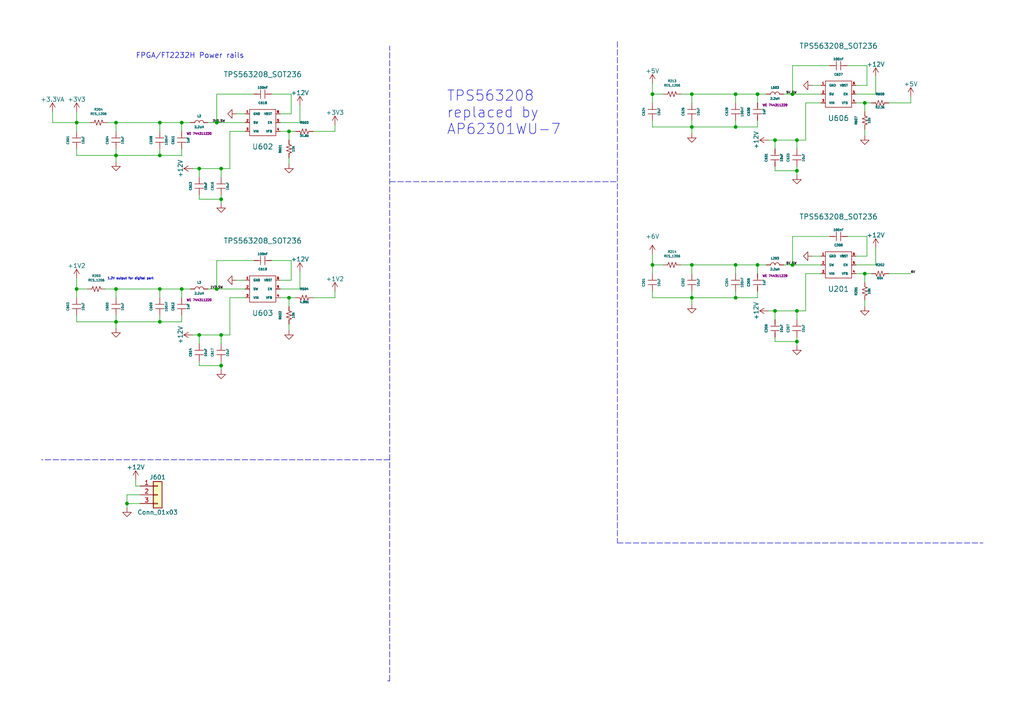
<source format=kicad_sch>
(kicad_sch (version 20211123) (generator eeschema)
  (paper "A4")
  (lib_symbols
    (symbol "adccore-rescue:+12V" (power) (pin_names (offset 0))
      (property "Value" "+12V" (at 0 3.556 0))
      (symbol "+12V_0_1"
        (polyline (pts (xy -0.762 1.27) (xy 0 2.54)))
        (polyline (pts (xy 0 0) (xy 0 2.54)))
        (polyline (pts (xy 0 2.54) (xy 0.762 1.27)))
      )
      (symbol "+12V_1_1"
        (pin power_in line (at 0 0 90) (length 0) hide (name "+12V") (number "1"))
      )
    )
    (symbol "adccore-rescue:+1V2" (power) (pin_names (offset 0))
      (property "Value" "+1V2" (at 0 3.556 0))
      (symbol "+1V2_0_1"
        (polyline (pts (xy -0.762 1.27) (xy 0 2.54)))
        (polyline (pts (xy 0 0) (xy 0 2.54)))
        (polyline (pts (xy 0 2.54) (xy 0.762 1.27)))
      )
      (symbol "+1V2_1_1"
        (pin power_in line (at 0 0 90) (length 0) hide (name "+1V2") (number "1"))
      )
    )
    (symbol "adccore-rescue:+3.3V" (power) (pin_names (offset 0))
      (property "Value" "+3.3V" (at 0 3.556 0))
      (symbol "+3.3V_0_1"
        (polyline (pts (xy -0.762 1.27) (xy 0 2.54)))
        (polyline (pts (xy 0 0) (xy 0 2.54)))
        (polyline (pts (xy 0 2.54) (xy 0.762 1.27)))
      )
      (symbol "+3.3V_1_1"
        (pin power_in line (at 0 0 90) (length 0) hide (name "+3V3") (number "1"))
      )
    )
    (symbol "adccore-rescue:+3.3VA" (power) (pin_names (offset 0))
      (property "Value" "+3.3VA" (at 0 3.556 0))
      (symbol "+3.3VA_0_1"
        (polyline (pts (xy -0.762 1.27) (xy 0 2.54)))
        (polyline (pts (xy 0 0) (xy 0 2.54)))
        (polyline (pts (xy 0 2.54) (xy 0.762 1.27)))
      )
      (symbol "+3.3VA_1_1"
        (pin power_in line (at 0 0 90) (length 0) hide (name "+3.3VA") (number "1"))
      )
    )
    (symbol "adccore-rescue:+5V" (power) (pin_names (offset 0))
      (property "Value" "+5V" (at 0 3.556 0))
      (symbol "+5V_0_1"
        (polyline (pts (xy -0.762 1.27) (xy 0 2.54)))
        (polyline (pts (xy 0 0) (xy 0 2.54)))
        (polyline (pts (xy 0 2.54) (xy 0.762 1.27)))
      )
      (symbol "+5V_1_1"
        (pin power_in line (at 0 0 90) (length 0) hide (name "+5V") (number "1"))
      )
    )
    (symbol "adccore-rescue:CAP_0603" (pin_numbers hide) (pin_names (offset 0) hide)
      (property "Reference" "C" (at 0 -2.54 0))
      (property "Value" "CAP_0603" (at 0 1.905 0))
      (symbol "CAP_0603_0_1"
        (polyline (pts (xy -1.27 0) (xy -0.635 0)))
        (polyline (pts (xy -0.635 -1.27) (xy -0.635 1.27)))
        (polyline (pts (xy 0.635 -1.27) (xy 0.635 -0.635)))
        (polyline (pts (xy 0.635 0.635) (xy 0.635 -0.635)))
        (polyline (pts (xy 0.635 1.27) (xy 0.635 0.635)))
        (polyline (pts (xy 1.27 0) (xy 0.635 0)))
      )
      (symbol "CAP_0603_1_1"
        (pin passive line (at -2.54 0 0) (length 1.27) (name "~") (number "1"))
        (pin passive line (at 2.54 0 180) (length 1.27) (name "~") (number "2"))
      )
    )
    (symbol "adccore-rescue:CAP_0805" (pin_numbers hide) (pin_names (offset 0) hide)
      (property "Reference" "C" (at 0 -2.54 0))
      (property "Value" "CAP_0805" (at 0 1.905 0))
      (symbol "CAP_0805_0_1"
        (polyline (pts (xy -1.27 0) (xy -0.635 0)))
        (polyline (pts (xy -0.635 -1.27) (xy -0.635 1.27)))
        (polyline (pts (xy 0.635 -1.27) (xy 0.635 -0.635)))
        (polyline (pts (xy 0.635 0.635) (xy 0.635 -0.635)))
        (polyline (pts (xy 0.635 1.27) (xy 0.635 0.635)))
        (polyline (pts (xy 1.27 0) (xy 0.635 0)))
      )
      (symbol "CAP_0805_1_1"
        (pin passive line (at -2.54 0 0) (length 1.27) (name "~") (number "1"))
        (pin passive line (at 2.54 0 180) (length 1.27) (name "~") (number "2"))
      )
    )
    (symbol "adccore-rescue:CAP_1206" (pin_numbers hide) (pin_names (offset 0) hide)
      (property "Reference" "C" (at 0 -2.54 0))
      (property "Value" "CAP_1206" (at 0 1.905 0))
      (symbol "CAP_1206_0_1"
        (polyline (pts (xy -1.27 0) (xy -0.635 0)))
        (polyline (pts (xy -0.635 -1.27) (xy -0.635 1.27)))
        (polyline (pts (xy 0.635 -1.27) (xy 0.635 -0.635)))
        (polyline (pts (xy 0.635 0.635) (xy 0.635 -0.635)))
        (polyline (pts (xy 0.635 1.27) (xy 0.635 0.635)))
        (polyline (pts (xy 1.27 0) (xy 0.635 0)))
      )
      (symbol "CAP_1206_1_1"
        (pin passive line (at -2.54 0 0) (length 1.27) (name "~") (number "1"))
        (pin passive line (at 2.54 0 180) (length 1.27) (name "~") (number "2"))
      )
    )
    (symbol "adccore-rescue:Conn_01x03" (pin_names (offset 1.016) hide)
      (property "Reference" "J" (at 0 5.08 0))
      (property "Value" "Conn_01x03" (at 0 -5.08 0))
      (symbol "Conn_01x03_1_1"
        (rectangle (start -1.27 -2.413) (end 0 -2.667) (stroke (width 0.1524)))
        (rectangle (start -1.27 0.127) (end 0 -0.127) (stroke (width 0.1524)))
        (rectangle (start -1.27 2.667) (end 0 2.413) (stroke (width 0.1524)))
        (rectangle (start -1.27 3.81) (end 1.27 -3.81) (stroke (width 0.254)) (fill (type background)))
        (pin passive line (at -5.08 2.54 0) (length 3.81) (name "Pin_1") (number "1"))
        (pin passive line (at -5.08 0 0) (length 3.81) (name "Pin_2") (number "2"))
        (pin passive line (at -5.08 -2.54 0) (length 3.81) (name "Pin_3") (number "3"))
      )
    )
    (symbol "adccore-rescue:GND" (power) (pin_names (offset 0))
      (property "Value" "GND" (at 0 -3.81 0))
      (symbol "GND_0_1"
        (polyline (pts (xy 0 0) (xy 0 -1.27) (xy 1.27 -1.27) (xy 0 -2.54) (xy -1.27 -1.27) (xy 0 -1.27)))
      )
      (symbol "GND_1_1"
        (pin power_in line (at 0 0 270) (length 0) hide (name "GND") (number "1"))
      )
    )
    (symbol "adccore-rescue:IND_SMALL" (pin_numbers hide) (pin_names (offset 0) hide)
      (property "Reference" "U" (at 0 0 0))
      (property "Value" "IND_SMALL" (at 0 0 0))
      (symbol "IND_SMALL_0_1"
        (arc (start 0 0) (mid -0.635 0.635) (end -1.27 0))
        (arc (start 1.27 0) (mid 0.635 0.635) (end 0 0))
      )
      (symbol "IND_SMALL_1_1"
        (pin passive line (at -2.54 0 0) (length 1.27) (name "~") (number "1"))
        (pin passive line (at 2.54 0 180) (length 1.27) (name "~") (number "2"))
      )
    )
    (symbol "adccore-rescue:RES_0402" (pin_numbers hide) (pin_names (offset 0) hide)
      (property "Reference" "R" (at 0 -2.54 0))
      (property "Value" "RES_0402" (at 0 1.27 0))
      (symbol "RES_0402_0_1"
        (polyline (pts (xy -1.27 0) (xy -1.016 0.762) (xy -0.508 -0.762) (xy 0 0.762) (xy 0.508 -0.762) (xy 1.016 0.762) (xy 1.27 0)))
      )
      (symbol "RES_0402_1_1"
        (pin input line (at -2.54 0 0) (length 1.27) (name "1") (number "1"))
        (pin input line (at 2.54 0 180) (length 1.27) (name "2") (number "2"))
      )
    )
    (symbol "adccore-rescue:TPS563208_SOT236" (pin_names (offset 1.016))
      (property "Reference" "U" (at 20.32 13.97 0))
      (property "Value" "TPS563208_SOT236" (at -10.16 13.97 0))
      (symbol "TPS563208_SOT236_0_1"
        (rectangle (start -3.81 6.35) (end 3.81 -1.27))
      )
      (symbol "TPS563208_SOT236_1_1"
        (pin power_in line (at -5.08 5.08 0) (length 1.27) (name "GND") (number "1"))
        (pin power_out line (at -5.08 2.54 0) (length 1.27) (name "SW") (number "2"))
        (pin power_in line (at -5.08 0 0) (length 1.27) (name "VIN") (number "3"))
        (pin input line (at 5.08 0 180) (length 1.27) (name "VFB") (number "4"))
        (pin input line (at 5.08 2.54 180) (length 1.27) (name "EN") (number "5"))
        (pin output line (at 5.08 5.08 180) (length 1.27) (name "VBST") (number "6"))
      )
    )
    (symbol "passives:RES_1206" (pin_numbers hide) (pin_names (offset 0) hide)
      (property "Reference" "R" (at 0 -2.54 0))
      (property "Value" "RES_1206" (at 0 1.27 0))
      (symbol "RES_1206_0_1"
        (polyline (pts (xy -1.27 0) (xy -1.016 0.762) (xy -0.508 -0.762) (xy 0 0.762) (xy 0.508 -0.762) (xy 1.016 0.762) (xy 1.27 0)))
      )
      (symbol "RES_1206_1_1"
        (pin input line (at -2.54 0 0) (length 1.27) (name "1") (number "1"))
        (pin input line (at 2.54 0 180) (length 1.27) (name "2") (number "2"))
      )
    )
    (symbol "power:+6V" (power) (pin_names (offset 0))
      (property "Value" "+6V" (at 0 3.556 0))
      (symbol "+6V_0_1"
        (polyline (pts (xy -0.762 1.27) (xy 0 2.54)))
        (polyline (pts (xy 0 0) (xy 0 2.54)))
        (polyline (pts (xy 0 2.54) (xy 0.762 1.27)))
      )
      (symbol "+6V_1_1"
        (pin power_in line (at 0 0 90) (length 0) hide (name "+6V") (number "1"))
      )
    )
  )
  (junction (at 200.66 86.36))
  (junction (at 22.225 35.56))
  (junction (at 224.79 40.64))
  (junction (at 64.135 106.045))
  (junction (at 62.865 35.56))
  (junction (at 46.355 35.56))
  (junction (at 250.825 79.375))
  (junction (at 57.785 97.155))
  (junction (at 33.655 83.82))
  (junction (at 229.87 27.305))
  (junction (at 250.825 29.845))
  (junction (at 33.655 35.56))
  (junction (at 64.135 48.895))
  (junction (at 57.785 48.895))
  (junction (at 200.66 36.83))
  (junction (at 46.355 93.345))
  (junction (at 83.82 38.1))
  (junction (at 200.66 76.835))
  (junction (at 231.14 40.64))
  (junction (at 213.36 36.83))
  (junction (at 231.14 90.17))
  (junction (at 46.355 83.82))
  (junction (at 64.135 97.155))
  (junction (at 224.79 90.17))
  (junction (at 200.66 27.305))
  (junction (at 219.71 76.835))
  (junction (at 213.36 76.835))
  (junction (at 229.87 76.835))
  (junction (at 33.655 93.345))
  (junction (at 231.14 99.06))
  (junction (at 213.36 27.305))
  (junction (at 83.82 86.36))
  (junction (at 33.655 45.085))
  (junction (at 46.355 45.085))
  (junction (at 213.36 86.36))
  (junction (at 36.83 146.05))
  (junction (at 189.23 27.305))
  (junction (at 231.14 49.53))
  (junction (at 52.705 35.56))
  (junction (at 219.71 27.305))
  (junction (at 64.135 57.785))
  (junction (at 52.705 83.82))
  (junction (at 189.23 76.835))
  (junction (at 22.225 83.82))
  (junction (at 62.865 83.82))
  (wire (pts (xy 254 27.305) (xy 254 22.225)))
  (wire (pts (xy 250.825 29.845) (xy 252.73 29.845)))
  (wire (pts (xy 64.135 106.045) (xy 64.135 107.315)))
  (wire (pts (xy 231.14 97.79) (xy 231.14 99.06)))
  (wire (pts (xy 81.28 83.82) (xy 86.995 83.82)))
  (wire (pts (xy 213.36 36.83) (xy 219.71 36.83)))
  (wire (pts (xy 254 76.835) (xy 254 71.755)))
  (wire (pts (xy 200.66 86.36) (xy 200.66 88.265)))
  (wire (pts (xy 229.87 19.05) (xy 229.87 27.305)))
  (wire (pts (xy 73.66 27.305) (xy 62.865 27.305)))
  (wire (pts (xy 229.87 27.305) (xy 227.33 27.305)))
  (wire (pts (xy 33.655 45.085) (xy 46.355 45.085)))
  (wire (pts (xy 219.71 27.305) (xy 219.71 29.845)))
  (wire (pts (xy 189.23 73.66) (xy 189.23 76.835)))
  (wire (pts (xy 30.48 83.82) (xy 33.655 83.82)))
  (wire (pts (xy 189.23 76.835) (xy 192.405 76.835)))
  (wire (pts (xy 229.87 68.58) (xy 229.87 76.835)))
  (wire (pts (xy 66.675 38.1) (xy 71.12 38.1)))
  (wire (pts (xy 22.225 35.56) (xy 15.24 35.56)))
  (wire (pts (xy 15.24 35.56) (xy 15.24 32.385)))
  (wire (pts (xy 33.655 35.56) (xy 33.655 38.1)))
  (wire (pts (xy 250.825 81.915) (xy 250.825 79.375)))
  (wire (pts (xy 71.12 83.82) (xy 62.865 83.82)))
  (wire (pts (xy 219.71 36.83) (xy 219.71 34.925)))
  (wire (pts (xy 224.79 90.17) (xy 231.14 90.17)))
  (wire (pts (xy 231.14 49.53) (xy 224.79 49.53)))
  (wire (pts (xy 219.71 76.835) (xy 222.25 76.835)))
  (polyline (pts (xy 113.03 197.485) (xy 113.03 13.335)))
  (wire (pts (xy 250.825 32.385) (xy 250.825 29.845)))
  (wire (pts (xy 81.28 38.1) (xy 83.82 38.1)))
  (wire (pts (xy 222.885 40.64) (xy 224.79 40.64)))
  (wire (pts (xy 231.14 99.06) (xy 224.79 99.06)))
  (wire (pts (xy 200.66 84.455) (xy 200.66 86.36)))
  (wire (pts (xy 235.585 74.295) (xy 238.125 74.295)))
  (wire (pts (xy 64.135 57.785) (xy 64.135 59.055)))
  (wire (pts (xy 52.705 35.56) (xy 55.245 35.56)))
  (wire (pts (xy 78.74 27.305) (xy 84.455 27.305)))
  (wire (pts (xy 197.485 27.305) (xy 200.66 27.305)))
  (wire (pts (xy 46.355 86.36) (xy 46.355 83.82)))
  (wire (pts (xy 219.71 76.835) (xy 219.71 79.375)))
  (wire (pts (xy 250.825 79.375) (xy 252.73 79.375)))
  (wire (pts (xy 257.81 79.375) (xy 264.16 79.375)))
  (wire (pts (xy 62.865 35.56) (xy 60.325 35.56)))
  (wire (pts (xy 84.455 33.02) (xy 81.28 33.02)))
  (wire (pts (xy 64.135 57.785) (xy 57.785 57.785)))
  (wire (pts (xy 52.705 83.82) (xy 55.245 83.82)))
  (wire (pts (xy 248.285 27.305) (xy 254 27.305)))
  (wire (pts (xy 84.455 81.28) (xy 81.28 81.28)))
  (wire (pts (xy 189.23 34.925) (xy 189.23 36.83)))
  (wire (pts (xy 57.785 106.045) (xy 57.785 104.775)))
  (wire (pts (xy 224.79 43.18) (xy 224.79 40.64)))
  (wire (pts (xy 86.995 83.82) (xy 86.995 78.74)))
  (wire (pts (xy 22.225 80.645) (xy 22.225 83.82)))
  (wire (pts (xy 248.285 76.835) (xy 254 76.835)))
  (wire (pts (xy 189.23 24.13) (xy 189.23 27.305)))
  (wire (pts (xy 46.355 43.18) (xy 46.355 45.085)))
  (wire (pts (xy 22.225 35.56) (xy 26.035 35.56)))
  (wire (pts (xy 52.705 83.82) (xy 52.705 86.36)))
  (wire (pts (xy 231.14 49.53) (xy 231.14 50.8)))
  (wire (pts (xy 83.82 45.72) (xy 83.82 47.625)))
  (wire (pts (xy 213.36 27.305) (xy 219.71 27.305)))
  (wire (pts (xy 71.12 35.56) (xy 62.865 35.56)))
  (wire (pts (xy 55.88 48.895) (xy 57.785 48.895)))
  (wire (pts (xy 64.135 106.045) (xy 57.785 106.045)))
  (wire (pts (xy 83.82 86.36) (xy 85.725 86.36)))
  (wire (pts (xy 31.115 35.56) (xy 33.655 35.56)))
  (wire (pts (xy 248.285 79.375) (xy 250.825 79.375)))
  (wire (pts (xy 64.135 99.695) (xy 64.135 97.155)))
  (wire (pts (xy 84.455 75.565) (xy 84.455 81.28)))
  (wire (pts (xy 200.66 27.305) (xy 200.66 29.845)))
  (wire (pts (xy 231.14 48.26) (xy 231.14 49.53)))
  (wire (pts (xy 213.36 76.835) (xy 219.71 76.835)))
  (wire (pts (xy 22.225 83.82) (xy 25.4 83.82)))
  (wire (pts (xy 233.68 29.845) (xy 238.125 29.845)))
  (wire (pts (xy 83.82 93.98) (xy 83.82 95.885)))
  (wire (pts (xy 189.23 86.36) (xy 200.66 86.36)))
  (wire (pts (xy 251.46 74.295) (xy 248.285 74.295)))
  (wire (pts (xy 224.79 99.06) (xy 224.79 97.79)))
  (wire (pts (xy 62.865 75.565) (xy 62.865 83.82)))
  (wire (pts (xy 86.995 35.56) (xy 86.995 30.48)))
  (wire (pts (xy 251.46 68.58) (xy 251.46 74.295)))
  (wire (pts (xy 46.355 35.56) (xy 52.705 35.56)))
  (wire (pts (xy 231.14 92.71) (xy 231.14 90.17)))
  (wire (pts (xy 52.705 93.345) (xy 52.705 91.44)))
  (wire (pts (xy 81.28 86.36) (xy 83.82 86.36)))
  (wire (pts (xy 229.87 76.835) (xy 227.33 76.835)))
  (wire (pts (xy 84.455 27.305) (xy 84.455 33.02)))
  (wire (pts (xy 64.135 104.775) (xy 64.135 106.045)))
  (wire (pts (xy 213.36 79.375) (xy 213.36 76.835)))
  (wire (pts (xy 189.23 84.455) (xy 189.23 86.36)))
  (wire (pts (xy 57.785 99.695) (xy 57.785 97.155)))
  (wire (pts (xy 36.83 146.05) (xy 36.83 147.32)))
  (wire (pts (xy 64.135 48.895) (xy 66.675 48.895)))
  (wire (pts (xy 52.705 45.085) (xy 52.705 43.18)))
  (wire (pts (xy 62.865 83.82) (xy 60.325 83.82)))
  (wire (pts (xy 40.64 146.05) (xy 36.83 146.05)))
  (wire (pts (xy 78.74 75.565) (xy 84.455 75.565)))
  (wire (pts (xy 200.66 76.835) (xy 213.36 76.835)))
  (polyline (pts (xy 113.03 133.35) (xy 12.065 133.35)))
  (wire (pts (xy 90.805 38.1) (xy 97.155 38.1)))
  (wire (pts (xy 213.36 84.455) (xy 213.36 86.36)))
  (wire (pts (xy 189.23 27.305) (xy 192.405 27.305)))
  (wire (pts (xy 83.82 88.9) (xy 83.82 86.36)))
  (wire (pts (xy 68.58 33.02) (xy 71.12 33.02)))
  (wire (pts (xy 57.785 48.895) (xy 64.135 48.895)))
  (wire (pts (xy 224.79 40.64) (xy 231.14 40.64)))
  (wire (pts (xy 68.58 81.28) (xy 71.12 81.28)))
  (wire (pts (xy 64.135 51.435) (xy 64.135 48.895)))
  (wire (pts (xy 39.37 140.97) (xy 39.37 139.065)))
  (wire (pts (xy 200.66 27.305) (xy 213.36 27.305)))
  (wire (pts (xy 57.785 57.785) (xy 57.785 56.515)))
  (wire (pts (xy 36.83 143.51) (xy 36.83 146.05)))
  (wire (pts (xy 46.355 93.345) (xy 52.705 93.345)))
  (wire (pts (xy 219.71 27.305) (xy 222.25 27.305)))
  (wire (pts (xy 66.675 48.895) (xy 66.675 38.1)))
  (wire (pts (xy 200.66 36.83) (xy 213.36 36.83)))
  (wire (pts (xy 33.655 93.345) (xy 46.355 93.345)))
  (wire (pts (xy 245.745 19.05) (xy 251.46 19.05)))
  (wire (pts (xy 240.665 68.58) (xy 229.87 68.58)))
  (wire (pts (xy 66.675 86.36) (xy 71.12 86.36)))
  (wire (pts (xy 245.745 68.58) (xy 251.46 68.58)))
  (wire (pts (xy 40.64 143.51) (xy 36.83 143.51)))
  (wire (pts (xy 22.225 93.345) (xy 33.655 93.345)))
  (wire (pts (xy 46.355 45.085) (xy 52.705 45.085)))
  (wire (pts (xy 224.79 49.53) (xy 224.79 48.26)))
  (wire (pts (xy 189.23 36.83) (xy 200.66 36.83)))
  (wire (pts (xy 264.16 29.845) (xy 264.16 27.94)))
  (wire (pts (xy 257.81 29.845) (xy 264.16 29.845)))
  (wire (pts (xy 219.71 86.36) (xy 219.71 84.455)))
  (wire (pts (xy 46.355 91.44) (xy 46.355 93.345)))
  (wire (pts (xy 22.225 45.085) (xy 33.655 45.085)))
  (wire (pts (xy 22.225 35.56) (xy 22.225 38.1)))
  (wire (pts (xy 33.655 35.56) (xy 46.355 35.56)))
  (wire (pts (xy 248.285 29.845) (xy 250.825 29.845)))
  (wire (pts (xy 197.485 76.835) (xy 200.66 76.835)))
  (polyline (pts (xy 179.07 12.065) (xy 179.07 157.48)))
  (wire (pts (xy 73.66 75.565) (xy 62.865 75.565)))
  (wire (pts (xy 83.82 40.64) (xy 83.82 38.1)))
  (wire (pts (xy 238.125 27.305) (xy 229.87 27.305)))
  (wire (pts (xy 233.68 79.375) (xy 238.125 79.375)))
  (wire (pts (xy 213.36 29.845) (xy 213.36 27.305)))
  (wire (pts (xy 22.225 43.18) (xy 22.225 45.085)))
  (wire (pts (xy 40.64 140.97) (xy 39.37 140.97)))
  (wire (pts (xy 22.225 83.82) (xy 22.225 86.36)))
  (wire (pts (xy 57.785 51.435) (xy 57.785 48.895)))
  (wire (pts (xy 22.225 32.385) (xy 22.225 35.56)))
  (wire (pts (xy 46.355 38.1) (xy 46.355 35.56)))
  (wire (pts (xy 55.88 97.155) (xy 57.785 97.155)))
  (wire (pts (xy 90.805 86.36) (xy 97.155 86.36)))
  (wire (pts (xy 240.665 19.05) (xy 229.87 19.05)))
  (wire (pts (xy 231.14 40.64) (xy 233.68 40.64)))
  (wire (pts (xy 250.825 37.465) (xy 250.825 39.37)))
  (wire (pts (xy 33.655 93.345) (xy 33.655 95.25)))
  (wire (pts (xy 213.36 86.36) (xy 219.71 86.36)))
  (wire (pts (xy 224.79 92.71) (xy 224.79 90.17)))
  (wire (pts (xy 64.135 97.155) (xy 66.675 97.155)))
  (wire (pts (xy 33.655 83.82) (xy 33.655 86.36)))
  (wire (pts (xy 250.825 86.995) (xy 250.825 88.9)))
  (wire (pts (xy 22.225 91.44) (xy 22.225 93.345)))
  (wire (pts (xy 213.36 34.925) (xy 213.36 36.83)))
  (wire (pts (xy 233.68 90.17) (xy 233.68 79.375)))
  (wire (pts (xy 81.28 35.56) (xy 86.995 35.56)))
  (wire (pts (xy 33.655 83.82) (xy 46.355 83.82)))
  (wire (pts (xy 52.705 35.56) (xy 52.705 38.1)))
  (wire (pts (xy 33.655 43.18) (xy 33.655 45.085)))
  (wire (pts (xy 33.655 91.44) (xy 33.655 93.345)))
  (wire (pts (xy 235.585 24.765) (xy 238.125 24.765)))
  (wire (pts (xy 62.865 27.305) (xy 62.865 35.56)))
  (wire (pts (xy 46.355 83.82) (xy 52.705 83.82)))
  (wire (pts (xy 231.14 90.17) (xy 233.68 90.17)))
  (wire (pts (xy 33.655 45.085) (xy 33.655 46.99)))
  (wire (pts (xy 238.125 76.835) (xy 229.87 76.835)))
  (wire (pts (xy 66.675 97.155) (xy 66.675 86.36)))
  (wire (pts (xy 251.46 19.05) (xy 251.46 24.765)))
  (polyline (pts (xy 179.07 157.48) (xy 285.115 157.48)))
  (wire (pts (xy 200.66 34.925) (xy 200.66 36.83)))
  (wire (pts (xy 83.82 38.1) (xy 85.725 38.1)))
  (wire (pts (xy 222.885 90.17) (xy 224.79 90.17)))
  (wire (pts (xy 231.14 43.18) (xy 231.14 40.64)))
  (wire (pts (xy 97.155 86.36) (xy 97.155 84.455)))
  (wire (pts (xy 200.66 76.835) (xy 200.66 79.375)))
  (wire (pts (xy 200.66 86.36) (xy 213.36 86.36)))
  (wire (pts (xy 231.14 99.06) (xy 231.14 100.33)))
  (polyline (pts (xy 112.395 197.485) (xy 113.03 197.485)))
  (wire (pts (xy 200.66 36.83) (xy 200.66 38.735)))
  (wire (pts (xy 64.135 56.515) (xy 64.135 57.785)))
  (wire (pts (xy 97.155 38.1) (xy 97.155 36.195)))
  (wire (pts (xy 251.46 24.765) (xy 248.285 24.765)))
  (wire (pts (xy 189.23 27.305) (xy 189.23 29.845)))
  (wire (pts (xy 57.785 97.155) (xy 64.135 97.155)))
  (polyline (pts (xy 113.03 52.705) (xy 179.07 52.705)))
  (wire (pts (xy 189.23 76.835) (xy 189.23 79.375)))
  (wire (pts (xy 233.68 40.64) (xy 233.68 29.845)))
  (text "FPGA/FT2232H Power rails" (at 39.37 17.145 0) (effects (font (size 1.524 1.524)) (justify left bottom)))
  (text "1.2V output for digital part" (at 31.115 81.28 0) (effects (font (size 0.635 0.635)) (justify left bottom)))
  (text "TPS563208 \nreplaced by \nAP62301WU-7" (at 129.54 39.37 0) (effects (font (size 3 3)) (justify left bottom)))
  (label "3V3_SW" (at 61.595 35.56 0) (effects (font (size 0.635 0.635))))
  (label "5V_SW" (at 227.965 27.305 0) (effects (font (size 0.635 0.635))))
  (label "1V2_SW" (at 60.96 83.82 0) (effects (font (size 0.635 0.635))))
  (label "6V_SW" (at 227.965 76.835 0) (effects (font (size 0.635 0.635))))
  (label "6V" (at 264.16 79.375 0) (effects (font (size 0.635 0.635))))
  (symbol (lib_id "adccore-rescue:TPS563208_SOT236") (at 76.2 86.36 0) (unit 1)
    (property "Reference" "U603" (at 76.2 90.805 0) (effects (font (size 1.524 1.524))))
    (property "Value" "TPS563208_SOT236" (at 76.2 69.85 0) (effects (font (size 1.524 1.524))))
    (property "Footprint" "SOT:SOT-236-095mm" (effects hide))
  )
  (symbol (lib_id "adccore-rescue:GND") (at 68.58 81.28 270) (unit 1)
    (property "Reference" "#PWR0147" (effects hide))
    (property "Value" "GND" (effects hide))
  )
  (symbol (lib_id "adccore-rescue:CAP_0603") (at 76.2 75.565 0) (unit 1)
    (property "Reference" "C619" (at 76.2 78.105 0) (effects (font (size 0.635 0.635))))
    (property "Value" "100nF" (at 76.2 73.66 0) (effects (font (size 0.635 0.635))))
    (property "Footprint" "SM0603" (effects hide))
  )
  (symbol (lib_id "adccore-rescue:+12V") (at 55.88 97.155 90) (unit 1)
    (property "Reference" "#PWR0148" (effects hide))
    (property "Value" "+12V" (at 52.324 97.155 0))
  )
  (symbol (lib_id "adccore-rescue:CAP_0805") (at 52.705 88.9 270) (unit 1)
    (property "Reference" "C612" (at 50.165 88.9 0) (effects (font (size 0.635 0.635))))
    (property "Value" "1uF" (at 54.61 88.9 0) (effects (font (size 0.635 0.635))))
    (property "Footprint" "SM0805" (effects hide))
  )
  (symbol (lib_id "adccore-rescue:CAP_0805") (at 46.355 88.9 270) (unit 1)
    (property "Reference" "C609" (at 43.815 88.9 0) (effects (font (size 0.635 0.635))))
    (property "Value" "100nF" (at 48.26 88.9 0) (effects (font (size 0.635 0.635))))
    (property "Footprint" "SM0805" (effects hide))
  )
  (symbol (lib_id "adccore-rescue:CAP_1206") (at 33.655 88.9 270) (unit 1)
    (property "Reference" "C605" (at 31.115 88.9 0) (effects (font (size 0.635 0.635))))
    (property "Value" "10uF" (at 35.56 88.9 0) (effects (font (size 0.635 0.635))))
    (property "Footprint" "SM1206" (effects hide))
  )
  (symbol (lib_id "adccore-rescue:GND") (at 33.655 95.25 0) (unit 1)
    (property "Reference" "#PWR0149" (effects hide))
    (property "Value" "GND" (effects hide))
  )
  (symbol (lib_id "adccore-rescue:CAP_1206") (at 22.225 88.9 270) (unit 1)
    (property "Reference" "C603" (at 19.685 88.9 0) (effects (font (size 0.635 0.635))))
    (property "Value" "10uF" (at 24.13 88.9 0) (effects (font (size 0.635 0.635))))
    (property "Footprint" "SM1206" (effects hide))
  )
  (symbol (lib_id "adccore-rescue:CAP_1206") (at 57.785 102.235 270) (unit 1)
    (property "Reference" "C614" (at 55.245 102.235 0) (effects (font (size 0.635 0.635))))
    (property "Value" "10uF" (at 59.69 102.235 0) (effects (font (size 0.635 0.635))))
    (property "Footprint" "SM1206" (effects hide))
  )
  (symbol (lib_id "adccore-rescue:CAP_1206") (at 64.135 102.235 270) (unit 1)
    (property "Reference" "C617" (at 61.595 102.235 0) (effects (font (size 0.635 0.635))))
    (property "Value" "10uF" (at 66.04 102.235 0) (effects (font (size 0.635 0.635))))
    (property "Footprint" "SM1206" (effects hide))
  )
  (symbol (lib_id "adccore-rescue:GND") (at 64.135 107.315 0) (unit 1)
    (property "Reference" "#PWR0150" (effects hide))
    (property "Value" "GND" (effects hide))
  )
  (symbol (lib_id "adccore-rescue:RES_0402") (at 88.265 86.36 180) (unit 1)
    (property "Reference" "R604" (at 88.265 83.82 0) (effects (font (size 0.635 0.635))))
    (property "Value" "4.99k" (at 88.265 87.63 0) (effects (font (size 0.635 0.635))))
    (property "Footprint" "SM0402" (effects hide))
  )
  (symbol (lib_id "adccore-rescue:RES_0402") (at 83.82 91.44 270) (unit 1)
    (property "Reference" "R602" (at 81.28 91.44 0) (effects (font (size 0.635 0.635))))
    (property "Value" "10k" (at 85.09 91.44 0) (effects (font (size 0.635 0.635))))
    (property "Footprint" "SM0402" (effects hide))
  )
  (symbol (lib_id "adccore-rescue:GND") (at 83.82 95.885 0) (unit 1)
    (property "Reference" "#PWR0151" (effects hide))
    (property "Value" "GND" (effects hide))
  )
  (symbol (lib_id "adccore-rescue:+12V") (at 86.995 78.74 0) (unit 1)
    (property "Reference" "#PWR0152" (effects hide))
    (property "Value" "+12V" (at 86.995 75.184 0))
  )
  (symbol (lib_id "adccore-rescue:+1V2") (at 22.225 80.645 0) (unit 1)
    (property "Reference" "#PWR0153" (effects hide))
    (property "Value" "+1V2" (at 22.225 77.089 0))
  )
  (symbol (lib_id "adccore-rescue:+1V2") (at 97.155 84.455 0) (unit 1)
    (property "Reference" "#PWR0154" (effects hide))
    (property "Value" "+1V2" (at 97.155 80.899 0))
  )
  (symbol (lib_id "adccore-rescue:TPS563208_SOT236") (at 76.2 38.1 0) (unit 1)
    (property "Reference" "U602" (at 76.2 42.545 0) (effects (font (size 1.524 1.524))))
    (property "Value" "TPS563208_SOT236" (at 76.2 21.59 0) (effects (font (size 1.524 1.524))))
    (property "Footprint" "SOT:SOT-236-095mm" (effects hide))
  )
  (symbol (lib_id "adccore-rescue:GND") (at 68.58 33.02 270) (unit 1)
    (property "Reference" "#PWR0132" (effects hide))
    (property "Value" "GND" (effects hide))
  )
  (symbol (lib_id "adccore-rescue:CAP_0603") (at 76.2 27.305 0) (unit 1)
    (property "Reference" "C618" (at 76.2 29.845 0) (effects (font (size 0.635 0.635))))
    (property "Value" "100nF" (at 76.2 25.4 0) (effects (font (size 0.635 0.635))))
    (property "Footprint" "SM0603" (effects hide))
  )
  (symbol (lib_id "adccore-rescue:+12V") (at 55.88 48.895 90) (unit 1)
    (property "Reference" "#PWR0133" (effects hide))
    (property "Value" "+12V" (at 52.324 48.895 0))
  )
  (symbol (lib_id "adccore-rescue:CAP_0805") (at 52.705 40.64 270) (unit 1)
    (property "Reference" "C611" (at 50.165 40.64 0) (effects (font (size 0.635 0.635))))
    (property "Value" "1uF" (at 54.61 40.64 0) (effects (font (size 0.635 0.635))))
    (property "Footprint" "SM0805" (effects hide))
  )
  (symbol (lib_id "adccore-rescue:CAP_0805") (at 46.355 40.64 270) (unit 1)
    (property "Reference" "C608" (at 43.815 40.64 0) (effects (font (size 0.635 0.635))))
    (property "Value" "100nF" (at 48.26 40.64 0) (effects (font (size 0.635 0.635))))
    (property "Footprint" "SM0805" (effects hide))
  )
  (symbol (lib_id "adccore-rescue:CAP_1206") (at 33.655 40.64 270) (unit 1)
    (property "Reference" "C604" (at 31.115 40.64 0) (effects (font (size 0.635 0.635))))
    (property "Value" "10uF" (at 35.56 40.64 0) (effects (font (size 0.635 0.635))))
    (property "Footprint" "SM1206" (effects hide))
  )
  (symbol (lib_id "adccore-rescue:GND") (at 33.655 46.99 0) (unit 1)
    (property "Reference" "#PWR0134" (effects hide))
    (property "Value" "GND" (effects hide))
  )
  (symbol (lib_id "adccore-rescue:CAP_1206") (at 22.225 40.64 270) (unit 1)
    (property "Reference" "C601" (at 19.685 40.64 0) (effects (font (size 0.635 0.635))))
    (property "Value" "10uF" (at 24.13 40.64 0) (effects (font (size 0.635 0.635))))
    (property "Footprint" "SM1206" (effects hide))
  )
  (symbol (lib_id "adccore-rescue:CAP_1206") (at 57.785 53.975 270) (unit 1)
    (property "Reference" "C613" (at 55.245 53.975 0) (effects (font (size 0.635 0.635))))
    (property "Value" "10uF" (at 59.69 53.975 0) (effects (font (size 0.635 0.635))))
    (property "Footprint" "SM1206" (effects hide))
  )
  (symbol (lib_id "adccore-rescue:CAP_1206") (at 64.135 53.975 270) (unit 1)
    (property "Reference" "C616" (at 61.595 53.975 0) (effects (font (size 0.635 0.635))))
    (property "Value" "10uF" (at 66.04 53.975 0) (effects (font (size 0.635 0.635))))
    (property "Footprint" "SM1206" (effects hide))
  )
  (symbol (lib_id "adccore-rescue:GND") (at 64.135 59.055 0) (unit 1)
    (property "Reference" "#PWR0135" (effects hide))
    (property "Value" "GND" (effects hide))
  )
  (symbol (lib_id "adccore-rescue:RES_0402") (at 88.265 38.1 180) (unit 1)
    (property "Reference" "R603" (at 88.265 35.56 0) (effects (font (size 0.635 0.635))))
    (property "Value" "31.6k" (at 88.265 39.37 0) (effects (font (size 0.635 0.635))))
    (property "Footprint" "SM0402" (effects hide))
  )
  (symbol (lib_id "adccore-rescue:RES_0402") (at 83.82 43.18 270) (unit 1)
    (property "Reference" "R601" (at 81.28 43.18 0) (effects (font (size 0.635 0.635))))
    (property "Value" "10k" (at 85.09 43.18 0) (effects (font (size 0.635 0.635))))
    (property "Footprint" "SM0402" (effects hide))
  )
  (symbol (lib_id "adccore-rescue:GND") (at 83.82 47.625 0) (unit 1)
    (property "Reference" "#PWR0136" (effects hide))
    (property "Value" "GND" (effects hide))
  )
  (symbol (lib_id "adccore-rescue:+12V") (at 86.995 30.48 0) (unit 1)
    (property "Reference" "#PWR0137" (effects hide))
    (property "Value" "+12V" (at 86.995 26.924 0))
  )
  (symbol (lib_id "adccore-rescue:+3.3V") (at 22.225 32.385 0) (unit 1)
    (property "Reference" "#PWR0138" (effects hide))
    (property "Value" "+3.3V" (at 22.225 28.829 0))
  )
  (symbol (lib_id "adccore-rescue:+3.3V") (at 97.155 36.195 0) (unit 1)
    (property "Reference" "#PWR0139" (effects hide))
    (property "Value" "+3.3V" (at 97.155 32.639 0))
  )
  (symbol (lib_id "adccore-rescue:TPS563208_SOT236") (at 243.205 29.845 0) (unit 1)
    (property "Reference" "U606" (at 243.205 34.29 0) (effects (font (size 1.524 1.524))))
    (property "Value" "TPS563208_SOT236" (at 243.205 13.335 0) (effects (font (size 1.524 1.524))))
    (property "Footprint" "SOT:SOT-236-095mm" (effects hide))
  )
  (symbol (lib_id "adccore-rescue:GND") (at 235.585 24.765 270) (unit 1)
    (property "Reference" "#PWR0162" (effects hide))
    (property "Value" "GND" (effects hide))
  )
  (symbol (lib_id "adccore-rescue:IND_SMALL") (at 224.79 27.305 0) (unit 1)
    (property "Reference" "L603" (at 224.79 25.4 0) (effects (font (size 0.635 0.635))))
    (property "Value" "2.2uH" (at 224.79 28.575 0) (effects (font (size 0.635 0.635))))
    (property "Footprint" "General_SMD:IND_7x7x4.5" (effects hide))
    (property "Ref" "WE 744311220" (at 224.79 30.48 0) (effects (font (size 0.635 0.635))))
  )
  (symbol (lib_id "adccore-rescue:CAP_0603") (at 243.205 19.05 0) (unit 1)
    (property "Reference" "C637" (at 243.205 21.59 0) (effects (font (size 0.635 0.635))))
    (property "Value" "100nF" (at 243.205 17.145 0) (effects (font (size 0.635 0.635))))
    (property "Footprint" "SM0603" (effects hide))
  )
  (symbol (lib_id "adccore-rescue:+12V") (at 222.885 40.64 90) (unit 1)
    (property "Reference" "#PWR0163" (effects hide))
    (property "Value" "+12V" (at 219.329 40.64 0))
  )
  (symbol (lib_id "adccore-rescue:CAP_0805") (at 219.71 32.385 270) (unit 1)
    (property "Reference" "C630" (at 217.17 32.385 0) (effects (font (size 0.635 0.635))))
    (property "Value" "1uF" (at 221.615 32.385 0) (effects (font (size 0.635 0.635))))
    (property "Footprint" "SM0805" (effects hide))
  )
  (symbol (lib_id "adccore-rescue:CAP_0805") (at 213.36 32.385 270) (unit 1)
    (property "Reference" "C628" (at 210.82 32.385 0) (effects (font (size 0.635 0.635))))
    (property "Value" "100nF" (at 215.265 32.385 0) (effects (font (size 0.635 0.635))))
    (property "Footprint" "SM0805" (effects hide))
  )
  (symbol (lib_id "adccore-rescue:CAP_1206") (at 200.66 32.385 270) (unit 1)
    (property "Reference" "C626" (at 198.12 32.385 0) (effects (font (size 0.635 0.635))))
    (property "Value" "10uF" (at 202.565 32.385 0) (effects (font (size 0.635 0.635))))
    (property "Footprint" "SM1206" (effects hide))
  )
  (symbol (lib_id "adccore-rescue:GND") (at 200.66 38.735 0) (unit 1)
    (property "Reference" "#PWR0164" (effects hide))
    (property "Value" "GND" (effects hide))
  )
  (symbol (lib_id "adccore-rescue:CAP_1206") (at 189.23 32.385 270) (unit 1)
    (property "Reference" "C624" (at 186.69 32.385 0) (effects (font (size 0.635 0.635))))
    (property "Value" "10uF" (at 191.135 32.385 0) (effects (font (size 0.635 0.635))))
    (property "Footprint" "SM1206" (effects hide))
  )
  (symbol (lib_id "adccore-rescue:CAP_1206") (at 224.79 45.72 270) (unit 1)
    (property "Reference" "C631" (at 222.25 45.72 0) (effects (font (size 0.635 0.635))))
    (property "Value" "10uF" (at 226.695 45.72 0) (effects (font (size 0.635 0.635))))
    (property "Footprint" "SM1206" (effects hide))
  )
  (symbol (lib_id "adccore-rescue:CAP_1206") (at 231.14 45.72 270) (unit 1)
    (property "Reference" "C633" (at 228.6 45.72 0) (effects (font (size 0.635 0.635))))
    (property "Value" "10uF" (at 233.045 45.72 0) (effects (font (size 0.635 0.635))))
    (property "Footprint" "SM1206" (effects hide))
  )
  (symbol (lib_id "adccore-rescue:GND") (at 231.14 50.8 0) (unit 1)
    (property "Reference" "#PWR0165" (effects hide))
    (property "Value" "GND" (effects hide))
  )
  (symbol (lib_id "adccore-rescue:RES_0402") (at 255.27 29.845 180) (unit 1)
    (property "Reference" "R608" (at 255.27 27.305 0) (effects (font (size 0.635 0.635))))
    (property "Value" "52.3k" (at 255.27 31.115 0) (effects (font (size 0.635 0.635))))
    (property "Footprint" "SM0402" (effects hide))
  )
  (symbol (lib_id "adccore-rescue:RES_0402") (at 250.825 34.925 270) (unit 1)
    (property "Reference" "R607" (at 248.285 34.925 0) (effects (font (size 0.635 0.635))))
    (property "Value" "10k" (at 252.095 34.925 0) (effects (font (size 0.635 0.635))))
    (property "Footprint" "SM0402" (effects hide))
  )
  (symbol (lib_id "adccore-rescue:GND") (at 250.825 39.37 0) (unit 1)
    (property "Reference" "#PWR0166" (effects hide))
    (property "Value" "GND" (effects hide))
  )
  (symbol (lib_id "adccore-rescue:+12V") (at 254 22.225 0) (unit 1)
    (property "Reference" "#PWR0167" (effects hide))
    (property "Value" "+12V" (at 254 18.669 0))
  )
  (symbol (lib_id "adccore-rescue:+5V") (at 264.16 27.94 0) (unit 1)
    (property "Reference" "#PWR0168" (effects hide))
    (property "Value" "+5V" (at 264.16 24.384 0))
  )
  (symbol (lib_id "adccore-rescue:+5V") (at 189.23 24.13 0) (unit 1)
    (property "Reference" "#PWR0169" (effects hide))
    (property "Value" "+5V" (at 189.23 20.574 0))
  )
  (symbol (lib_id "adccore-rescue:IND_SMALL") (at 57.785 83.82 0) (unit 1)
    (property "Reference" "L3" (at 57.785 81.915 0) (effects (font (size 0.635 0.635))))
    (property "Value" "2.2uH" (at 57.785 85.09 0) (effects (font (size 0.635 0.635))))
    (property "Footprint" "General_SMD:IND_7x7x4.5" (effects hide))
    (property "Ref" "WE 744311220" (at 57.785 86.995 0) (effects (font (size 0.635 0.635))))
  )
  (symbol (lib_id "adccore-rescue:IND_SMALL") (at 57.785 35.56 0) (unit 1)
    (property "Reference" "L2" (at 57.785 33.655 0) (effects (font (size 0.635 0.635))))
    (property "Value" "2.2uH" (at 57.785 36.83 0) (effects (font (size 0.635 0.635))))
    (property "Footprint" "General_SMD:IND_7x7x4.5" (effects hide))
    (property "Ref" "WE 744311220" (at 57.785 38.735 0) (effects (font (size 0.635 0.635))))
  )
  (symbol (lib_id "adccore-rescue:Conn_01x03") (at 45.72 143.51 0) (unit 1)
    (property "Reference" "J601" (at 45.72 138.43 0))
    (property "Value" "Conn_01x03" (at 45.72 148.59 0))
    (property "Footprint" "Connectors_Molex:MICROFIT_3POS_FEM_43650-0303" (effects hide))
  )
  (symbol (lib_id "adccore-rescue:+12V") (at 39.37 139.065 0) (unit 1)
    (property "Reference" "#PWR0192" (effects hide))
    (property "Value" "+12V" (at 39.37 135.509 0))
  )
  (symbol (lib_id "adccore-rescue:GND") (at 36.83 147.32 0) (unit 1)
    (property "Reference" "#PWR0193" (effects hide))
    (property "Value" "GND" (effects hide))
  )
  (symbol (lib_id "adccore-rescue:CAP_0805") (at 213.36 81.915 270) (unit 1)
    (property "Reference" "C204" (at 210.82 81.915 0) (effects (font (size 0.635 0.635))))
    (property "Value" "100nF" (at 215.265 81.915 0) (effects (font (size 0.635 0.635))))
    (property "Footprint" "SM0805" (effects hide))
  )
  (symbol (lib_id "passives:RES_1206") (at 194.945 27.305 0) (unit 1)
    (property "Reference" "R213" (at 194.945 23.495 0) (effects (font (size 0.635 0.635))))
    (property "Value" "RES_1206" (at 194.945 24.765 0) (effects (font (size 0.635 0.635))))
    (property "Footprint" "General_SMD:SM1206" (effects hide))
  )
  (symbol (lib_id "adccore-rescue:RES_0402") (at 250.825 84.455 270) (unit 1)
    (property "Reference" "R201" (at 248.285 84.455 0) (effects (font (size 0.635 0.635))))
    (property "Value" "10k" (at 252.095 84.455 0) (effects (font (size 0.635 0.635))))
    (property "Footprint" "SM0402" (effects hide))
  )
  (symbol (lib_id "adccore-rescue:GND") (at 200.66 88.265 0) (unit 1)
    (property "Reference" "#PWR0401" (effects hide))
    (property "Value" "GND" (effects hide))
  )
  (symbol (lib_id "adccore-rescue:+12V") (at 254 71.755 0) (unit 1)
    (property "Reference" "#PWR0201" (effects hide))
    (property "Value" "+12V" (at 254 68.199 0))
  )
  (symbol (lib_id "adccore-rescue:CAP_1206") (at 231.14 95.25 270) (unit 1)
    (property "Reference" "C207" (at 228.6 95.25 0) (effects (font (size 0.635 0.635))))
    (property "Value" "10uF" (at 233.045 95.25 0) (effects (font (size 0.635 0.635))))
    (property "Footprint" "SM1206" (effects hide))
  )
  (symbol (lib_id "adccore-rescue:+12V") (at 222.885 90.17 90) (unit 1)
    (property "Reference" "#PWR0400" (effects hide))
    (property "Value" "+12V" (at 219.329 90.17 0))
  )
  (symbol (lib_id "adccore-rescue:GND") (at 231.14 100.33 0) (unit 1)
    (property "Reference" "#PWR0173" (effects hide))
    (property "Value" "GND" (effects hide))
  )
  (symbol (lib_id "passives:RES_1206") (at 27.94 83.82 0) (unit 1)
    (property "Reference" "R203" (at 27.94 80.01 0) (effects (font (size 0.635 0.635))))
    (property "Value" "RES_1206" (at 27.94 81.28 0) (effects (font (size 0.635 0.635))))
    (property "Footprint" "General_SMD:SM1206" (effects hide))
  )
  (symbol (lib_id "adccore-rescue:CAP_1206") (at 224.79 95.25 270) (unit 1)
    (property "Reference" "C206" (at 222.25 95.25 0) (effects (font (size 0.635 0.635))))
    (property "Value" "10uF" (at 226.695 95.25 0) (effects (font (size 0.635 0.635))))
    (property "Footprint" "SM1206" (effects hide))
  )
  (symbol (lib_id "adccore-rescue:IND_SMALL") (at 224.79 76.835 0) (unit 1)
    (property "Reference" "L203" (at 224.79 74.93 0) (effects (font (size 0.635 0.635))))
    (property "Value" "2.2uH" (at 224.79 78.105 0) (effects (font (size 0.635 0.635))))
    (property "Footprint" "General_SMD:IND_7x7x4.5" (effects hide))
    (property "Ref" "WE 744311220" (at 224.79 80.01 0) (effects (font (size 0.635 0.635))))
  )
  (symbol (lib_id "adccore-rescue:CAP_1206") (at 189.23 81.915 270) (unit 1)
    (property "Reference" "C201" (at 186.69 81.915 0) (effects (font (size 0.635 0.635))))
    (property "Value" "10uF" (at 191.135 81.915 0) (effects (font (size 0.635 0.635))))
    (property "Footprint" "SM1206" (effects hide))
  )
  (symbol (lib_id "adccore-rescue:GND") (at 235.585 74.295 270) (unit 1)
    (property "Reference" "#PWR0191" (effects hide))
    (property "Value" "GND" (effects hide))
  )
  (symbol (lib_id "adccore-rescue:CAP_1206") (at 200.66 81.915 270) (unit 1)
    (property "Reference" "C202" (at 198.12 81.915 0) (effects (font (size 0.635 0.635))))
    (property "Value" "10uF" (at 202.565 81.915 0) (effects (font (size 0.635 0.635))))
    (property "Footprint" "SM1206" (effects hide))
  )
  (symbol (lib_id "adccore-rescue:CAP_0805") (at 219.71 81.915 270) (unit 1)
    (property "Reference" "C205" (at 217.17 81.915 0) (effects (font (size 0.635 0.635))))
    (property "Value" "1uF" (at 221.615 81.915 0) (effects (font (size 0.635 0.635))))
    (property "Footprint" "SM0805" (effects hide))
  )
  (symbol (lib_id "adccore-rescue:+3.3VA") (at 15.24 32.385 0) (unit 1)
    (property "Reference" "#PWR0128" (effects hide))
    (property "Value" "+3.3VA" (at 15.24 28.829 0))
  )
  (symbol (lib_id "adccore-rescue:GND") (at 250.825 88.9 0) (unit 1)
    (property "Reference" "#PWR0186" (effects hide))
    (property "Value" "GND" (effects hide))
  )
  (symbol (lib_id "passives:RES_1206") (at 194.945 76.835 0) (unit 1)
    (property "Reference" "R214" (at 194.945 73.025 0) (effects (font (size 0.635 0.635))))
    (property "Value" "RES_1206" (at 194.945 74.295 0) (effects (font (size 0.635 0.635))))
    (property "Footprint" "General_SMD:SM1206" (effects hide))
  )
  (symbol (lib_id "adccore-rescue:CAP_0603") (at 243.205 68.58 0) (unit 1)
    (property "Reference" "C208" (at 243.205 71.12 0) (effects (font (size 0.635 0.635))))
    (property "Value" "100nF" (at 243.205 66.675 0) (effects (font (size 0.635 0.635))))
    (property "Footprint" "SM0603" (effects hide))
  )
  (symbol (lib_id "power:+6V") (at 189.23 73.66 0) (unit 1)
    (property "Reference" "#PWR0399" (effects hide))
    (property "Value" "+6V" (at 189.23 68.58 0))
  )
  (symbol (lib_id "passives:RES_1206") (at 28.575 35.56 0) (unit 1)
    (property "Reference" "R204" (at 28.575 31.75 0) (effects (font (size 0.635 0.635))))
    (property "Value" "RES_1206" (at 28.575 33.02 0) (effects (font (size 0.635 0.635))))
    (property "Footprint" "General_SMD:SM1206" (effects hide))
  )
  (symbol (lib_id "adccore-rescue:RES_0402") (at 255.27 79.375 180) (unit 1)
    (property "Reference" "R202" (at 255.27 76.835 0) (effects (font (size 0.635 0.635))))
    (property "Value" "65k" (at 255.27 80.645 0) (effects (font (size 0.635 0.635))))
    (property "Footprint" "SM0402" (effects hide))
  )
  (symbol (lib_id "adccore-rescue:TPS563208_SOT236") (at 243.205 79.375 0) (unit 1)
    (property "Reference" "U201" (at 243.205 83.82 0) (effects (font (size 1.524 1.524))))
    (property "Value" "TPS563208_SOT236" (at 243.205 62.865 0) (effects (font (size 1.524 1.524))))
    (property "Footprint" "SOT:SOT-236-095mm" (effects hide))
  )
)
</source>
